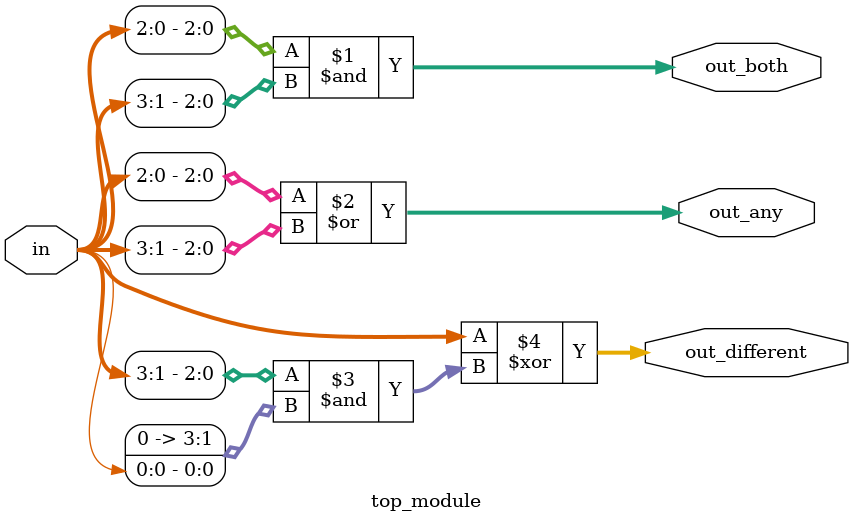
<source format=sv>
module top_module (
    input [3:0] in,
    output [2:0] out_both,
    output [3:1] out_any,
    output [3:0] out_different
);
    assign out_both = in[2:0] & in[3:1];
    assign out_any = in[2:0] | in[3:1];
    assign out_different = in ^ (in[3:1] & {1'b0, in[0]});
endmodule

</source>
